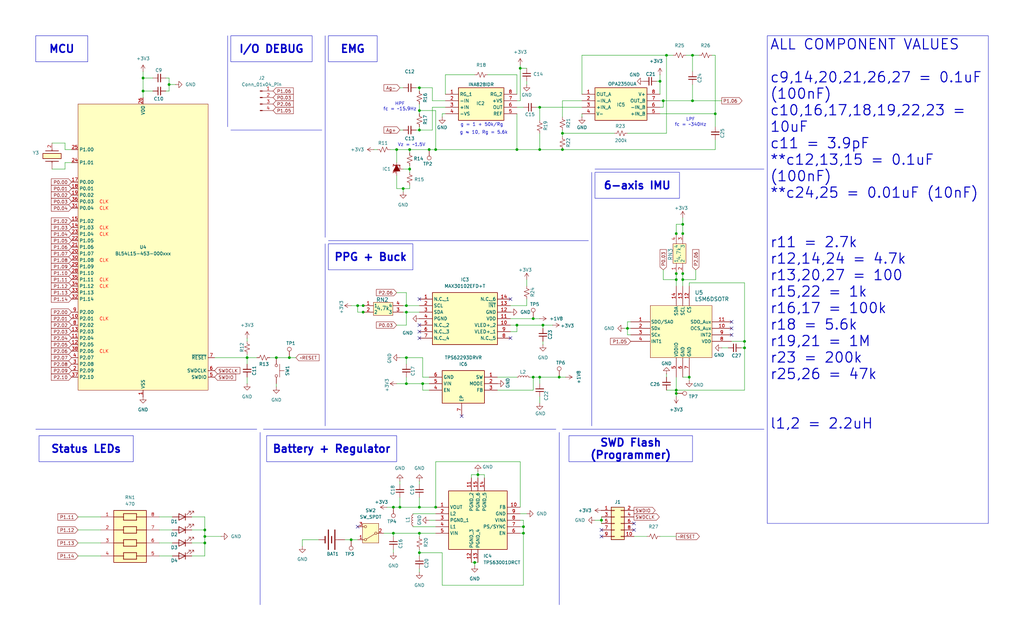
<source format=kicad_sch>
(kicad_sch (version 20250114) (generator "eeschema") (generator_version "9.0")
  (paper "User" 400 250)
  (text "HPF\nfc = ~15.9Hz\n" (at 156.21 41.656 0) (effects (font (size 1.27 1.27))))
  (text "g ≈ 10, Rg = 5.6k" (at 188.976 51.816 0) (effects (font (size 1.27 1.27))))
  (text "Vz = ~1.5V\n" (at 160.782 56.642 0) (effects (font (size 1.27 1.27))))
  (text "g = 1 + 50k/Rg\n" (at 188.214 48.768 0) (effects (font (size 1.27 1.27))))
  (text "LPF\nfc = ~340Hz" (at 269.748 47.752 0) (effects (font (size 1.27 1.27))))
  (text_box "I/O DEBUG" (at 90.17 13.97 0) (size 31.75 10.16) (margins 0.9525 0.9525 0.9525 0.9525) (effects (font (size 3 3) (thickness 0.6) (bold yes))))
  (text_box "MCU" (at 13.97 13.97 0) (size 20.32 10.16) (margins 0.9525 0.9525 0.9525 0.9525) (effects (font (size 3 3) (thickness 0.6) (bold yes))))
  (text_box "6-axis IMU" (at 232.41 67.31 0) (size 33.02 10.16) (margins 0.9525 0.9525 0.9525 0.9525) (effects (font (size 3 3) (thickness 0.6) (bold yes))))
  (text_box "EMG" (at 128.27 13.97 0) (size 19.05 10.16) (margins 0.9525 0.9525 0.9525 0.9525) (effects (font (size 3 3) (thickness 0.6) (bold yes))))
  (text_box "SWD Flash (Programmer)" (at 222.25 170.18 0) (size 48.26 10.16) (margins 0.9525 0.9525 0.9525 0.9525) (effects (font (size 3 3) (thickness 0.6) (bold yes))))
  (text_box "ALL COMPONENT VALUES\n\nc9,14,20,21,26,27 = 0.1uF (100nF)\nc10,16,17,18,19,22,23 = 10uF\nc11 = 3.9pF\n**c12,13,15 = 0.1uF (100nF)\n**c24,25 = 0.01uF (10nF)\n\n\nr11 = 2.7k\nr12,14,24 = 4.7k\nr13,20,27 = 100\nr15,22 = 1k\nr16,17 = 100k\nr18 = 5.6k\nr19,21 = 1M\nr23 = 200k\nr25,26 = 47k\n\n\nl1,2 = 2.2uH" (at 299.72 13.97 0) (size 86.36 190.5) (margins 0.9525 0.9525 0.9525 0.9525) (effects (font (size 4 4) (thickness 0.4) (bold yes)) (justify left top)))
  (text_box "Battery + Regulator" (at 104.14 170.18 0) (size 50.8 10.16) (margins 0.9525 0.9525 0.9525 0.9525) (effects (font (size 3 3) (thickness 0.6) (bold yes))))
  (text_box "Status LEDs" (at 15.24 170.18 0) (size 36.83 10.16) (margins 0.9525 0.9525 0.9525 0.9525) (effects (font (size 3 3) (thickness 0.6) (bold yes))))
  (text_box "PPG + Buck" (at 128.27 95.25 0) (size 33.02 10.16) (margins 0.9525 0.9525 0.9525 0.9525) (effects (font (size 3 3) (thickness 0.6) (bold yes))))
  (junction (at 208.28 124.46))
  (junction (at 163.83 43.18))
  (junction (at 270.51 21.59))
  (junction (at 266.7 109.22))
  (junction (at 165.1 149.86))
  (junction (at 201.93 127))
  (junction (at 203.2 26.67))
  (junction (at 170.18 198.12))
  (junction (at 107.95 139.7))
  (junction (at 212.09 127))
  (junction (at 204.47 205.74))
  (junction (at 156.21 198.12))
  (junction (at 185.42 219.71))
  (junction (at 113.03 139.7))
  (junction (at 160.02 66.04))
  (junction (at 141.86 121.92))
  (junction (at 154.94 58.42))
  (junction (at 66.04 33.02))
  (junction (at 264.16 152.4))
  (junction (at 80.01 212.09))
  (junction (at 163.83 34.29))
  (junction (at 208.28 147.32))
  (junction (at 264.16 109.22))
  (junction (at 245.11 128.27))
  (junction (at 290.83 135.89))
  (junction (at 210.82 147.32))
  (junction (at 158.75 139.7))
  (junction (at 55.88 35.56))
  (junction (at 158.75 149.86))
  (junction (at 55.88 30.48))
  (junction (at 160.02 58.42))
  (junction (at 153.67 208.28))
  (junction (at 264.16 153.67))
  (junction (at 201.93 58.42))
  (junction (at 270.51 39.37))
  (junction (at 163.83 208.28))
  (junction (at 259.08 39.37))
  (junction (at 210.82 41.91))
  (junction (at 157.48 73.66))
  (junction (at 80.01 209.55))
  (junction (at 219.71 58.42))
  (junction (at 266.7 91.25))
  (junction (at 218.44 147.32))
  (junction (at 170.18 58.42))
  (junction (at 279.4 44.45))
  (junction (at 163.83 215.9))
  (junction (at 167.64 58.42))
  (junction (at 80.01 207.01))
  (junction (at 204.47 208.28))
  (junction (at 290.83 133.35))
  (junction (at 219.71 52.07))
  (junction (at 210.82 58.42))
  (junction (at 264.16 91.25))
  (junction (at 158.75 121.92))
  (junction (at 96.52 139.7))
  (junction (at 163.83 50.8))
  (junction (at 153.67 198.12))
  (junction (at 260.35 21.59))
  (junction (at 266.7 106.87))
  (junction (at 234.95 203.2))
  (junction (at 264.16 106.87))
  (junction (at 158.75 119.38))
  (junction (at 269.24 147.32))
  (junction (at 257.81 31.75))
  (junction (at 163.83 198.12))
  (junction (at 186.69 185.42))
  (junction (at 139.7 119.38))
  (junction (at 141.86 119.38))
  (junction (at 266.7 87.63))
  (junction (at 137.16 210.82))
  (no_connect (at 163.83 132.08))
  (no_connect (at 234.95 209.55))
  (no_connect (at 234.95 207.01))
  (no_connect (at 163.83 127))
  (no_connect (at 285.75 125.73))
  (no_connect (at 139.7 205.74))
  (no_connect (at 163.83 116.84))
  (no_connect (at 163.83 129.54))
  (no_connect (at 180.34 162.56))
  (no_connect (at 199.39 132.08))
  (no_connect (at 199.39 116.84))
  (no_connect (at 285.75 128.27))
  (no_connect (at 247.65 204.47))
  (no_connect (at 247.65 207.01))
  (no_connect (at 285.75 130.81))
  (wire (pts (xy 173.99 44.45) (xy 172.72 44.45)))
  (wire (pts (xy 266.7 109.22) (xy 266.7 111.76)))
  (wire (pts (xy 185.42 219.71) (xy 185.42 220.98)))
  (wire (pts (xy 232.41 203.2) (xy 234.95 203.2)))
  (wire (pts (xy 55.88 30.48) (xy 55.88 35.56)))
  (wire (pts (xy 172.72 44.45) (xy 172.72 45.72)))
  (wire (pts (xy 204.47 228.6) (xy 172.72 228.6)))
  (wire (pts (xy 74.93 212.09) (xy 80.01 212.09)))
  (wire (pts (xy 210.82 41.91) (xy 227.33 41.91)))
  (wire (pts (xy 154.94 127) (xy 158.75 127)))
  (wire (pts (xy 203.2 205.74) (xy 204.47 205.74)))
  (wire (pts (xy 80.01 207.01) (xy 80.01 209.55)))
  (wire (pts (xy 137.16 119.38) (xy 139.7 119.38)))
  (wire (pts (xy 247.65 209.55) (xy 252.73 209.55)))
  (wire (pts (xy 74.93 201.93) (xy 80.01 201.93)))
  (wire (pts (xy 158.75 147.32) (xy 158.75 149.86)))
  (wire (pts (xy 210.82 41.91) (xy 209.55 41.91)))
  (wire (pts (xy 219.71 53.34) (xy 219.71 52.07)))
  (wire (pts (xy 163.83 194.31) (xy 163.83 198.12)))
  (wire (pts (xy 160.02 72.39) (xy 160.02 73.66)))
  (wire (pts (xy 259.08 39.37) (xy 257.81 39.37)))
  (polyline (pts (xy 231.14 67.31) (xy 231.14 166.37)))
  (wire (pts (xy 267.97 21.59) (xy 270.51 21.59)))
  (wire (pts (xy 25.4 55.88) (xy 25.4 58.42)))
  (wire (pts (xy 204.47 203.2) (xy 204.47 205.74)))
  (wire (pts (xy 203.2 26.67) (xy 203.2 39.37)))
  (wire (pts (xy 205.74 119.38) (xy 199.39 119.38)))
  (wire (pts (xy 289.56 135.89) (xy 290.83 135.89)))
  (wire (pts (xy 270.51 33.02) (xy 270.51 39.37)))
  (wire (pts (xy 167.64 149.86) (xy 165.1 149.86)))
  (wire (pts (xy 80.01 201.93) (xy 80.01 207.01)))
  (wire (pts (xy 156.21 34.29) (xy 157.48 34.29)))
  (wire (pts (xy 154.94 58.42) (xy 154.94 63.5)))
  (wire (pts (xy 279.4 44.45) (xy 279.4 49.53)))
  (wire (pts (xy 153.67 208.28) (xy 163.83 208.28)))
  (wire (pts (xy 62.23 201.93) (xy 67.31 201.93)))
  (wire (pts (xy 185.42 219.71) (xy 186.69 219.71)))
  (wire (pts (xy 154.94 114.3) (xy 158.75 114.3)))
  (wire (pts (xy 157.48 66.04) (xy 160.02 66.04)))
  (wire (pts (xy 25.4 66.04) (xy 25.4 63.5)))
  (wire (pts (xy 66.04 33.02) (xy 68.58 33.02)))
  (wire (pts (xy 264.16 106.68) (xy 264.16 106.87)))
  (wire (pts (xy 201.93 129.54) (xy 199.39 129.54)))
  (wire (pts (xy 160.02 66.04) (xy 160.02 67.31)))
  (wire (pts (xy 160.02 64.77) (xy 160.02 66.04)))
  (wire (pts (xy 105.41 139.7) (xy 107.95 139.7)))
  (wire (pts (xy 210.82 147.32) (xy 218.44 147.32)))
  (wire (pts (xy 149.86 208.28) (xy 153.67 208.28)))
  (wire (pts (xy 264.16 153.67) (xy 264.16 154.94)))
  (wire (pts (xy 264.16 91.44) (xy 264.16 91.25)))
  (wire (pts (xy 173.99 29.21) (xy 185.42 29.21)))
  (wire (pts (xy 158.75 139.7) (xy 158.75 142.24)))
  (wire (pts (xy 203.2 39.37) (xy 201.93 39.37)))
  (wire (pts (xy 203.2 200.66) (xy 205.74 200.66)))
  (wire (pts (xy 158.75 114.3) (xy 158.75 119.38)))
  (wire (pts (xy 62.23 217.17) (xy 67.31 217.17)))
  (polyline (pts (xy 127 13.97) (xy 127 92.71)))
  (wire (pts (xy 74.93 217.17) (xy 80.01 217.17)))
  (wire (pts (xy 160.02 58.42) (xy 154.94 58.42)))
  (wire (pts (xy 83.82 139.7) (xy 96.52 139.7)))
  (wire (pts (xy 260.35 152.4) (xy 264.16 152.4)))
  (wire (pts (xy 107.95 139.7) (xy 113.03 139.7)))
  (wire (pts (xy 219.71 52.07) (xy 240.03 52.07)))
  (wire (pts (xy 264.16 106.87) (xy 264.16 109.22)))
  (wire (pts (xy 219.71 50.8) (xy 219.71 52.07)))
  (wire (pts (xy 264.16 147.32) (xy 264.16 152.4)))
  (polyline (pts (xy 88.9 49.53) (xy 88.9 13.97)))
  (wire (pts (xy 163.83 44.45) (xy 163.83 43.18)))
  (wire (pts (xy 205.74 116.84) (xy 205.74 119.38)))
  (wire (pts (xy 146.05 58.42) (xy 147.32 58.42)))
  (wire (pts (xy 190.5 29.21) (xy 201.93 29.21)))
  (wire (pts (xy 25.4 58.42) (xy 27.94 58.42)))
  (wire (pts (xy 205.74 109.22) (xy 205.74 111.76)))
  (wire (pts (xy 55.88 35.56) (xy 59.69 35.56)))
  (wire (pts (xy 269.24 110.49) (xy 290.83 110.49)))
  (wire (pts (xy 96.52 147.32) (xy 96.52 149.86)))
  (wire (pts (xy 210.82 154.94) (xy 210.82 157.48)))
  (wire (pts (xy 66.04 33.02) (xy 66.04 35.56)))
  (wire (pts (xy 158.75 121.92) (xy 163.83 121.92)))
  (wire (pts (xy 201.93 58.42) (xy 201.93 44.45)))
  (wire (pts (xy 158.75 139.7) (xy 165.1 139.7)))
  (wire (pts (xy 260.35 21.59) (xy 262.89 21.59)))
  (wire (pts (xy 260.35 21.59) (xy 227.33 21.59)))
  (wire (pts (xy 257.81 44.45) (xy 279.4 44.45)))
  (wire (pts (xy 162.56 34.29) (xy 163.83 34.29)))
  (wire (pts (xy 204.47 208.28) (xy 203.2 208.28)))
  (wire (pts (xy 163.83 49.53) (xy 163.83 50.8)))
  (wire (pts (xy 142.05 121.92) (xy 141.86 121.92)))
  (wire (pts (xy 64.77 30.48) (xy 66.04 30.48)))
  (wire (pts (xy 172.72 228.6) (xy 172.72 215.9)))
  (wire (pts (xy 163.83 208.28) (xy 163.83 209.55)))
  (wire (pts (xy 153.67 214.63) (xy 153.67 215.9)))
  (wire (pts (xy 156.21 189.23) (xy 156.21 187.96)))
  (wire (pts (xy 194.31 152.4) (xy 208.28 152.4)))
  (wire (pts (xy 227.33 44.45) (xy 227.33 45.72)))
  (wire (pts (xy 156.21 194.31) (xy 156.21 198.12)))
  (wire (pts (xy 167.64 58.42) (xy 170.18 58.42)))
  (wire (pts (xy 259.08 105.41) (xy 259.08 109.22)))
  (wire (pts (xy 151.13 198.12) (xy 153.67 198.12)))
  (wire (pts (xy 271.78 109.22) (xy 266.7 109.22)))
  (wire (pts (xy 203.2 25.4) (xy 203.2 26.67)))
  (wire (pts (xy 266.7 106.87) (xy 266.7 109.22)))
  (wire (pts (xy 96.52 138.43) (xy 96.52 139.7)))
  (wire (pts (xy 219.71 58.42) (xy 279.4 58.42)))
  (wire (pts (xy 278.13 21.59) (xy 279.4 21.59)))
  (wire (pts (xy 257.81 209.55) (xy 264.16 209.55)))
  (wire (pts (xy 74.93 207.01) (xy 80.01 207.01)))
  (wire (pts (xy 184.15 185.42) (xy 184.15 186.69)))
  (wire (pts (xy 137.16 210.82) (xy 139.7 210.82)))
  (polyline (pts (xy 219.71 167.64) (xy 298.45 167.64)))
  (wire (pts (xy 257.81 29.21) (xy 257.81 31.75)))
  (wire (pts (xy 30.48 212.09) (xy 39.37 212.09)))
  (wire (pts (xy 227.33 21.59) (xy 227.33 36.83)))
  (wire (pts (xy 201.93 127) (xy 201.93 129.54)))
  (wire (pts (xy 168.91 50.8) (xy 163.83 50.8)))
  (wire (pts (xy 234.95 203.2) (xy 234.95 204.47)))
  (wire (pts (xy 30.48 201.93) (xy 39.37 201.93)))
  (wire (pts (xy 269.24 110.49) (xy 269.24 111.76)))
  (wire (pts (xy 154.94 68.58) (xy 154.94 73.66)))
  (wire (pts (xy 96.52 139.7) (xy 100.33 139.7)))
  (wire (pts (xy 210.82 52.07) (xy 210.82 58.42)))
  (wire (pts (xy 290.83 133.35) (xy 290.83 110.49)))
  (wire (pts (xy 208.28 147.32) (xy 210.82 147.32)))
  (wire (pts (xy 66.04 30.48) (xy 66.04 33.02)))
  (wire (pts (xy 165.1 147.32) (xy 167.64 147.32)))
  (wire (pts (xy 201.93 29.21) (xy 201.93 36.83)))
  (polyline (pts (xy 13.97 167.64) (xy 100.33 167.64)))
  (wire (pts (xy 156.21 139.7) (xy 158.75 139.7)))
  (wire (pts (xy 270.51 21.59) (xy 273.05 21.59)))
  (wire (pts (xy 153.67 198.12) (xy 156.21 198.12)))
  (wire (pts (xy 260.35 52.07) (xy 260.35 21.59)))
  (wire (pts (xy 205.74 31.75) (xy 205.74 33.02)))
  (wire (pts (xy 158.75 149.86) (xy 165.1 149.86)))
  (wire (pts (xy 139.7 119.38) (xy 141.86 119.38)))
  (wire (pts (xy 266.7 87.63) (xy 266.7 91.25)))
  (wire (pts (xy 264.16 109.22) (xy 264.16 111.76)))
  (polyline (pts (xy 101.6 168.91) (xy 101.6 236.22)))
  (wire (pts (xy 66.04 35.56) (xy 64.77 35.56)))
  (wire (pts (xy 170.18 43.18) (xy 163.83 43.18)))
  (wire (pts (xy 157.48 73.66) (xy 157.48 74.93)))
  (wire (pts (xy 203.2 180.34) (xy 170.18 180.34)))
  (wire (pts (xy 157.48 121.92) (xy 158.75 121.92)))
  (wire (pts (xy 139.7 121.92) (xy 139.7 119.38)))
  (wire (pts (xy 208.28 152.4) (xy 208.28 147.32)))
  (wire (pts (xy 210.82 41.91) (xy 210.82 46.99)))
  (wire (pts (xy 189.23 186.69) (xy 189.23 185.42)))
  (wire (pts (xy 163.83 40.64) (xy 163.83 43.18)))
  (wire (pts (xy 210.82 58.42) (xy 201.93 58.42)))
  (wire (pts (xy 163.83 34.29) (xy 168.91 34.29)))
  (wire (pts (xy 279.4 21.59) (xy 279.4 44.45)))
  (wire (pts (xy 154.94 73.66) (xy 157.48 73.66)))
  (wire (pts (xy 163.83 198.12) (xy 170.18 198.12)))
  (wire (pts (xy 165.1 149.86) (xy 165.1 152.4)))
  (wire (pts (xy 153.67 209.55) (xy 153.67 208.28)))
  (wire (pts (xy 80.01 209.55) (xy 80.01 212.09)))
  (wire (pts (xy 199.39 127) (xy 201.93 127)))
  (wire (pts (xy 266.7 147.32) (xy 269.24 147.32)))
  (wire (pts (xy 266.7 91.25) (xy 266.7 91.44)))
  (wire (pts (xy 210.82 147.32) (xy 210.82 149.86)))
  (wire (pts (xy 212.09 128.27) (xy 212.09 127)))
  (wire (pts (xy 160.02 58.42) (xy 160.02 59.69)))
  (wire (pts (xy 80.01 212.09) (xy 80.01 217.17)))
  (wire (pts (xy 156.21 50.8) (xy 157.48 50.8)))
  (wire (pts (xy 118.11 210.82) (xy 118.11 213.36)))
  (wire (pts (xy 279.4 54.61) (xy 279.4 58.42)))
  (wire (pts (xy 245.11 130.81) (xy 246.38 130.81)))
  (wire (pts (xy 134.62 210.82) (xy 137.16 210.82)))
  (wire (pts (xy 208.28 147.32) (xy 207.01 147.32)))
  (wire (pts (xy 186.69 185.42) (xy 186.69 186.69)))
  (wire (pts (xy 55.88 27.94) (xy 55.88 30.48)))
  (wire (pts (xy 203.2 26.67) (xy 205.74 26.67)))
  (wire (pts (xy 113.03 139.7) (xy 115.57 139.7)))
  (wire (pts (xy 173.99 36.83) (xy 173.99 29.21)))
  (wire (pts (xy 96.52 139.7) (xy 96.52 142.24)))
  (wire (pts (xy 264.16 152.4) (xy 264.16 153.67)))
  (wire (pts (xy 203.2 203.2) (xy 204.47 203.2)))
  (wire (pts (xy 170.18 180.34) (xy 170.18 198.12)))
  (wire (pts (xy 25.4 63.5) (xy 27.94 63.5)))
  (polyline (pts (xy 128.27 93.98) (xy 229.87 93.98)))
  (wire (pts (xy 264.16 152.4) (xy 290.83 152.4)))
  (wire (pts (xy 163.83 189.23) (xy 163.83 187.96)))
  (wire (pts (xy 160.02 58.42) (xy 167.64 58.42)))
  (polyline (pts (xy 127 95.25) (xy 127 166.37)))
  (wire (pts (xy 264.16 87.63) (xy 266.7 87.63)))
  (wire (pts (xy 234.95 201.93) (xy 234.95 203.2)))
  (wire (pts (xy 246.38 125.73) (xy 245.11 125.73)))
  (wire (pts (xy 107.95 149.86) (xy 107.95 151.13)))
  (wire (pts (xy 158.75 119.38) (xy 163.83 119.38)))
  (wire (pts (xy 168.91 39.37) (xy 168.91 34.29)))
  (wire (pts (xy 285.75 133.35) (xy 290.83 133.35)))
  (wire (pts (xy 189.23 185.42) (xy 186.69 185.42)))
  (wire (pts (xy 269.24 147.32) (xy 269.24 148.59)))
  (wire (pts (xy 203.2 180.34) (xy 203.2 198.12)))
  (wire (pts (xy 194.31 147.32) (xy 201.93 147.32)))
  (wire (pts (xy 266.7 106.68) (xy 266.7 106.87)))
  (wire (pts (xy 290.83 152.4) (xy 290.83 135.89)))
  (polyline (pts (xy 232.41 66.04) (xy 298.45 66.04)))
  (wire (pts (xy 260.35 146.05) (xy 260.35 147.32)))
  (wire (pts (xy 172.72 215.9) (xy 163.83 215.9)))
  (wire (pts (xy 154.94 149.86) (xy 158.75 149.86)))
  (wire (pts (xy 168.91 41.91) (xy 168.91 50.8)))
  (wire (pts (xy 218.44 147.32) (xy 220.98 147.32)))
  (wire (pts (xy 156.21 198.12) (xy 163.83 198.12)))
  (wire (pts (xy 212.09 134.62) (xy 212.09 133.35)))
  (wire (pts (xy 256.54 31.75) (xy 257.81 31.75)))
  (wire (pts (xy 204.47 205.74) (xy 204.47 208.28)))
  (wire (pts (xy 271.78 105.41) (xy 271.78 109.22)))
  (wire (pts (xy 208.28 124.46) (xy 199.39 124.46)))
  (wire (pts (xy 173.99 41.91) (xy 168.91 41.91)))
  (wire (pts (xy 165.1 152.4) (xy 167.64 152.4)))
  (wire (pts (xy 55.88 35.56) (xy 55.88 38.1)))
  (wire (pts (xy 257.81 31.75) (xy 257.81 36.83)))
  (wire (pts (xy 264.16 91.25) (xy 264.16 87.63)))
  (wire (pts (xy 243.84 128.27) (xy 245.11 128.27)))
  (wire (pts (xy 245.11 125.73) (xy 245.11 128.27)))
  (wire (pts (xy 290.83 135.89) (xy 290.83 133.35)))
  (wire (pts (xy 163.83 34.29) (xy 163.83 35.56)))
  (wire (pts (xy 219.71 39.37) (xy 227.33 39.37)))
  (wire (pts (xy 201.93 41.91) (xy 204.47 41.91)))
  (wire (pts (xy 257.81 41.91) (xy 259.08 41.91)))
  (wire (pts (xy 152.4 58.42) (xy 154.94 58.42)))
  (wire (pts (xy 186.69 185.42) (xy 184.15 185.42)))
  (wire (pts (xy 163.83 215.9) (xy 163.83 217.17)))
  (wire (pts (xy 163.83 208.28) (xy 170.18 208.28)))
  (wire (pts (xy 141.86 121.92) (xy 139.7 121.92)))
  (wire (pts (xy 124.46 210.82) (xy 118.11 210.82)))
  (wire (pts (xy 96.52 132.08) (xy 96.52 133.35)))
  (wire (pts (xy 245.11 52.07) (xy 260.35 52.07)))
  (polyline (pts (xy 90.17 50.8) (xy 125.73 50.8)))
  (wire (pts (xy 266.7 85.09) (xy 266.7 87.63)))
  (wire (pts (xy 30.48 207.01) (xy 39.37 207.01)))
  (wire (pts (xy 157.48 119.38) (xy 158.75 119.38)))
  (wire (pts (xy 141.86 119.38) (xy 142.05 119.38)))
  (wire (pts (xy 204.47 208.28) (xy 204.47 228.6)))
  (wire (pts (xy 170.18 203.2) (xy 167.64 203.2)))
  (wire (pts (xy 201.93 127) (xy 212.09 127)))
  (wire (pts (xy 163.83 223.52) (xy 163.83 222.25)))
  (wire (pts (xy 62.23 207.01) (xy 67.31 207.01)))
  (wire (pts (xy 259.08 41.91) (xy 259.08 39.37)))
  (wire (pts (xy 161.29 200.66) (xy 170.18 200.66)))
  (wire (pts (xy 212.09 127) (xy 215.9 127)))
  (wire (pts (xy 30.48 217.17) (xy 39.37 217.17)))
  (wire (pts (xy 210.82 124.46) (xy 208.28 124.46)))
  (wire (pts (xy 270.51 21.59) (xy 270.51 27.94)))
  (wire (pts (xy 163.83 214.63) (xy 163.83 215.9)))
  (wire (pts (xy 165.1 139.7) (xy 165.1 147.32)))
  (wire (pts (xy 281.94 135.89) (xy 284.48 135.89)))
  (wire (pts (xy 259.08 39.37) (xy 270.51 39.37)))
  (wire (pts (xy 62.23 212.09) (xy 67.31 212.09)))
  (wire (pts (xy 170.18 58.42) (xy 170.18 43.18)))
  (wire (pts (xy 184.15 219.71) (xy 185.42 219.71)))
  (wire (pts (xy 170.18 58.42) (xy 201.93 58.42)))
  (wire (pts (xy 173.99 39.37) (xy 168.91 39.37)))
  (polyline (pts (xy 218.44 168.91) (xy 218.44 236.22)))
  (wire (pts (xy 161.29 205.74) (xy 170.18 205.74)))
  (wire (pts (xy 219.71 45.72) (xy 219.71 39.37)))
  (wire (pts (xy 157.48 73.66) (xy 160.02 73.66)))
  (wire (pts (xy 158.75 127) (xy 158.75 121.92)))
  (wire (pts (xy 259.08 109.22) (xy 264.16 109.22)))
  (wire (pts (xy 20.32 55.88) (xy 25.4 55.88)))
  (wire (pts (xy 219.71 58.42) (xy 210.82 58.42)))
  (wire (pts (xy 55.88 30.48) (xy 59.69 30.48)))
  (polyline (pts (xy 102.87 167.64) (xy 217.17 167.64)))
  (wire (pts (xy 162.56 50.8) (xy 163.83 50.8)))
  (wire (pts (xy 245.11 128.27) (xy 245.11 130.81)))
  (wire (pts (xy 80.01 209.55) (xy 86.36 209.55)))
  (wire (pts (xy 270.51 39.37) (xy 281.94 39.37)))
  (wire (pts (xy 186.69 184.15) (xy 186.69 185.42)))
  (wire (pts (xy 245.11 128.27) (xy 246.38 128.27)))
  (wire (pts (xy 20.32 66.04) (xy 25.4 66.04)))
  (global_label "P1.05" (shape input) (at 246.38 133.35 180) (property "Intersheetrefs" "${INTERSHEET_REFS}" (effects (hide yes))))
  (global_label "P2.06" (shape input) (at 271.78 105.41 90) (property "Intersheetrefs" "${INTERSHEET_REFS}" (effects (hide yes))))
  (global_label "P1.02" (shape input) (at 27.94 86.36 180) (property "Intersheetrefs" "${INTERSHEET_REFS}" (effects (hide yes))))
  (global_label "P2.03" (shape input) (at 27.94 129.54 180) (property "Intersheetrefs" "${INTERSHEET_REFS}" (effects (hide yes))))
  (global_label "P1.04" (shape input) (at 27.94 91.44 180) (property "Intersheetrefs" "${INTERSHEET_REFS}" (effects (hide yes))))
  (global_label "P1.05" (shape input) (at 106.68 43.18 0) (property "Intersheetrefs" "${INTERSHEET_REFS}" (effects (hide yes))))
  (global_label "P1.13" (shape input) (at 27.94 114.3 180) (property "Intersheetrefs" "${INTERSHEET_REFS}" (effects (hide yes))))
  (global_label "P1.12" (shape input) (at 27.94 111.76 180) (property "Intersheetrefs" "${INTERSHEET_REFS}" (effects (hide yes))))
  (global_label "P2.00" (shape input) (at 27.94 121.92 180) (property "Intersheetrefs" "${INTERSHEET_REFS}" (effects (hide yes))))
  (global_label "P1.13" (shape input) (at 30.48 212.09 180) (property "Intersheetrefs" "${INTERSHEET_REFS}" (effects (hide yes))))
  (global_label "P1.10" (shape input) (at 27.94 106.68 180) (property "Intersheetrefs" "${INTERSHEET_REFS}" (effects (hide yes))))
  (global_label "P1.06" (shape input) (at 106.68 35.56 0) (property "Intersheetrefs" "${INTERSHEET_REFS}" (effects (hide yes))))
  (global_label "P1.11" (shape input) (at 30.48 201.93 180) (property "Intersheetrefs" "${INTERSHEET_REFS}" (effects (hide yes))))
  (global_label "SWDCLK" (shape output) (at 247.65 201.93 0) (property "Intersheetrefs" "${INTERSHEET_REFS}" (effects (hide yes))))
  (global_label "Ag-" (shape input) (at 156.21 34.29 180) (property "Intersheetrefs" "${INTERSHEET_REFS}" (effects (hide yes))))
  (global_label "P0.00" (shape input) (at 27.94 71.12 180) (property "Intersheetrefs" "${INTERSHEET_REFS}" (effects (hide yes))))
  (global_label "P1.12" (shape input) (at 30.48 207.01 180) (property "Intersheetrefs" "${INTERSHEET_REFS}" (effects (hide yes))))
  (global_label "SWDIO" (shape input) (at 83.82 147.32 0) (property "Intersheetrefs" "${INTERSHEET_REFS}" (effects (hide yes))))
  (global_label "P1.14" (shape input) (at 27.94 116.84 180) (property "Intersheetrefs" "${INTERSHEET_REFS}" (effects (hide yes))))
  (global_label "P0.03" (shape input) (at 27.94 78.74 180) (property "Intersheetrefs" "${INTERSHEET_REFS}" (effects (hide yes))))
  (global_label "P1.14" (shape input) (at 30.48 217.17 180) (property "Intersheetrefs" "${INTERSHEET_REFS}" (effects (hide yes))))
  (global_label "P2.04" (shape input) (at 27.94 132.08 180) (property "Intersheetrefs" "${INTERSHEET_REFS}" (effects (hide yes))))
  (global_label "P2.02" (shape input) (at 27.94 127 180) (property "Intersheetrefs" "${INTERSHEET_REFS}" (effects (hide yes))))
  (global_label "P2.09" (shape input) (at 27.94 144.78 180) (property "Intersheetrefs" "${INTERSHEET_REFS}" (effects (hide yes))))
  (global_label "SWDCLK" (shape input) (at 83.82 144.78 0) (property "Intersheetrefs" "${INTERSHEET_REFS}" (effects (hide yes))))
  (global_label "P1.06" (shape input) (at 27.94 96.52 180) (property "Intersheetrefs" "${INTERSHEET_REFS}" (effects (hide yes))))
  (global_label "P2.08" (shape input) (at 27.94 142.24 180) (property "Intersheetrefs" "${INTERSHEET_REFS}" (effects (hide yes))))
  (global_label "Ag+" (shape input) (at 156.21 50.8 180) (property "Intersheetrefs" "${INTERSHEET_REFS}" (effects (hide yes))))
  (global_label "P2.07" (shape input) (at 27.94 139.7 180) (property "Intersheetrefs" "${INTERSHEET_REFS}" (effects (hide yes))))
  (global_label "P1.03" (shape input) (at 27.94 88.9 180) (property "Intersheetrefs" "${INTERSHEET_REFS}" (effects (hide yes))))
  (global_label "P1.11" (shape input) (at 27.94 109.22 180) (property "Intersheetrefs" "${INTERSHEET_REFS}" (effects (hide yes))))
  (global_label "P2.10" (shape input) (at 27.94 147.32 180) (property "Intersheetrefs" "${INTERSHEET_REFS}" (effects (hide yes))))
  (global_label "P1.08" (shape input) (at 27.94 101.6 180) (property "Intersheetrefs" "${INTERSHEET_REFS}" (effects (hide yes))))
  (global_label "P0.03" (shape input) (at 259.08 105.41 90) (property "Intersheetrefs" "${INTERSHEET_REFS}" (effects (hide yes))))
  (global_label "P2.06" (shape input) (at 27.94 137.16 180) (property "Intersheetrefs" "${INTERSHEET_REFS}" (effects (hide yes))))
  (global_label "P1.06" (shape output) (at 281.94 39.37 0) (property "Intersheetrefs" "${INTERSHEET_REFS}" (effects (hide yes))))
  (global_label "P0.03" (shape input) (at 106.68 38.1 0) (property "Intersheetrefs" "${INTERSHEET_REFS}" (effects (hide yes))))
  (global_label "P2.01" (shape input) (at 27.94 124.46 180) (property "Intersheetrefs" "${INTERSHEET_REFS}" (effects (hide yes))))
  (global_label "P0.02" (shape input) (at 27.94 76.2 180) (property "Intersheetrefs" "${INTERSHEET_REFS}" (effects (hide yes))))
  (global_label "P1.05" (shape input) (at 27.94 93.98 180) (property "Intersheetrefs" "${INTERSHEET_REFS}" (effects (hide yes))))
  (global_label "P2.06" (shape input) (at 154.94 114.3 180) (property "Intersheetrefs" "${INTERSHEET_REFS}" (effects (hide yes))))
  (global_label "P1.07" (shape input) (at 27.94 99.06 180) (property "Intersheetrefs" "${INTERSHEET_REFS}" (effects (hide yes))))
  (global_label "P2.05" (shape input) (at 27.94 134.62 180) (property "Intersheetrefs" "${INTERSHEET_REFS}" (effects (hide yes))))
  (global_label "P2.06" (shape input) (at 106.68 40.64 0) (property "Intersheetrefs" "${INTERSHEET_REFS}" (effects (hide yes))))
  (global_label "SWDIO" (shape output) (at 247.65 199.39 0) (property "Intersheetrefs" "${INTERSHEET_REFS}" (effects (hide yes))))
  (global_label "P0.03" (shape input) (at 154.94 127 180) (property "Intersheetrefs" "${INTERSHEET_REFS}" (effects (hide yes))))
  (global_label "~RESET" (shape input) (at 115.57 139.7 0) (property "Intersheetrefs" "${INTERSHEET_REFS}" (effects (hide yes))))
  (global_label "~RESET" (shape output) (at 264.16 209.55 0) (property "Intersheetrefs" "${INTERSHEET_REFS}" (effects (hide yes))))
  (global_label "P0.04" (shape input) (at 27.94 81.28 180) (property "Intersheetrefs" "${INTERSHEET_REFS}" (effects (hide yes))))
  (global_label "P1.09" (shape input) (at 27.94 104.14 180) (property "Intersheetrefs" "${INTERSHEET_REFS}" (effects (hide yes))))
  (global_label "P0.01" (shape input) (at 27.94 73.66 180) (property "Intersheetrefs" "${INTERSHEET_REFS}" (effects (hide yes))))
  (symbol (lib_id "power:GND") (at 227.33 45.72 0) (unit 1)
    (property "Reference" "#PWR034" (effects (hide yes)))
    (property "Value" "GND" (at 227.33 49.784 0))
    (property "Description" "Power symbol creates a global label with name \"GND\" , ground" (effects (hide yes)))
  )
  (symbol (lib_id "power:+3V3") (at 205.74 109.22 0) (mirror y) (unit 1)
    (property "Reference" "#PWR041" (effects (hide yes)))
    (property "Value" "+3V3" (at 207.772 105.41 0) (effects (justify left)))
    (property "Description" "Power symbol creates a global label with name \"+3V3\"" (effects (hide yes)))
  )
  (symbol (lib_id "Device:R_Small_US") (at 219.71 55.88 0) (unit 1)
    (property "Reference" "R22" (at 221.996 57.658 90) (effects (justify left)))
    (property "Value" "1k" (effects (hide yes)))
    (property "Description" "Resistor, small US symbol" (effects (hide yes)))
  )
  (symbol (lib_id "Device:R_Small_US") (at 210.82 49.53 0) (unit 1)
    (property "Reference" "R19" (at 213.106 51.054 90) (effects (justify left)))
    (property "Value" "1M" (effects (hide yes)))
    (property "Description" "Resistor, small US symbol" (effects (hide yes)))
  )
  (symbol (lib_id "power:GND") (at 199.39 121.92 90) (unit 1)
    (property "Reference" "#PWR039" (effects (hide yes)))
    (property "Value" "GND" (at 203.2 121.9199 90) (effects (justify right)))
    (property "Description" "Power symbol creates a global label with name \"GND\" , ground" (effects (hide yes)))
  )
  (symbol (lib_id "power:+3V3") (at 264.16 154.94 180) (unit 1)
    (property "Reference" "#PWR052" (effects (hide yes)))
    (property "Value" "+3V3" (at 264.16 160.02 0))
    (property "Description" "Power symbol creates a global label with name \"+3V3\"" (effects (hide yes)))
  )
  (symbol (lib_id "power:GND") (at 68.58 33.02 90) (unit 1)
    (property "Reference" "#PWR012" (effects (hide yes)))
    (property "Value" "GND" (at 72.39 33.0199 90) (effects (justify right)))
    (property "Description" "Power symbol creates a global label with name \"GND\" , ground" (effects (hide yes)))
  )
  (symbol (lib_id "power:GND") (at 185.42 220.98 0) (unit 1)
    (property "Reference" "#PWR035" (effects (hide yes)))
    (property "Value" "GND" (at 185.42 226.06 0))
    (property "Description" "Power symbol creates a global label with name \"GND\" , ground" (effects (hide yes)))
  )
  (symbol (lib_id "seniorDes:INA828IDR") (at 173.99 36.83 0) (unit 1)
    (property "Reference" "IC2" (at 187.706 40.386 0))
    (property "Value" "INA828IDR" (at 187.96 33.02 0))
    (property "Footprint" "SOIC127P600X175-8N" (effects (hide yes)))
    (property "Datasheet" "http://www.ti.com/lit/gpn/ina828" (effects (hide yes)))
    (property "Description" "50-uV Offset, 7-nV/Hz Noise, Low-Power, Precision Instrumentation Amplifier" (effects (hide yes)))
    (property "Height" "1.75" (effects (hide yes)))
    (property "Mouser Part Number" "595-INA828IDR" (effects (hide yes)))
    (property "Mouser Price/Stock" "https://www.mouser.co.uk/ProductDetail/Texas-Instruments/INA828IDR?qs=YCa%2FAAYMW01L8%252BXCfEPVuA%3D%3D" (effects (hide yes)))
    (property "Manufacturer_Name" "Texas Instruments" (effects (hide yes)))
    (property "Manufacturer_Part_Number" "INA828IDR" (effects (hide yes)))
  )
  (symbol (lib_id "Device:R_Small_US") (at 205.74 114.3 0) (unit 1)
    (property "Reference" "R24" (at 208.026 116.078 90) (effects (justify left)))
    (property "Value" "4.7k" (effects (hide yes)))
    (property "Description" "Resistor, small US symbol" (effects (hide yes)))
  )
  (symbol (lib_id "Device:C_Small") (at 160.02 34.29 90) (unit 1)
    (property "Reference" "C12" (at 160.0263 27.94 90))
    (property "Value" "0.1uF" (effects (hide yes)))
    (property "Description" "Unpolarized capacitor, small symbol" (effects (hide yes)))
  )
  (symbol (lib_id "Device:R_Small_US") (at 265.43 21.59 90) (unit 1)
    (property "Reference" "R25" (at 265.43 17.78 90))
    (property "Value" "47k" (effects (hide yes)))
    (property "Description" "Resistor, small US symbol" (effects (hide yes)))
  )
  (symbol (lib_id "seniorDes:MAX30102EFD+T") (at 163.83 116.84 0) (unit 1)
    (property "Reference" "IC3" (at 181.61 109.22 0))
    (property "Value" "MAX30102EFD+T" (at 181.61 111.76 0))
    (property "Footprint" "MAX30102EFDT" (effects (hide yes)))
    (property "Datasheet" "https://www.analog.com/media/en/technical-documentation/data-sheets/MAX30102.pdf" (effects (hide yes)))
    (property "Description" "Biometric Sensors Integrated Optical Sensor" (effects (hide yes)))
    (property "Height" "1.65" (effects (hide yes)))
    (property "Mouser Part Number" "700-MAX30102EFD+T" (effects (hide yes)))
    (property "Mouser Price/Stock" "https://www.mouser.co.uk/ProductDetail/Analog-Devices-Maxim-Integrated/MAX30102EFD%2bT?qs=nVS1qgv%252BQrkHA4%2FoFYriFA%3D%3D" (effects (hide yes)))
    (property "Manufacturer_Name" "Analog Devices" (effects (hide yes)))
    (property "Manufacturer_Part_Number" "MAX30102EFD+T" (effects (hide yes)))
  )
  (symbol (lib_id "power:+1V8") (at 210.82 124.46 270) (unit 1)
    (property "Reference" "#PWR043" (effects (hide yes)))
    (property "Value" "+1V8" (at 214.63 124.4599 90) (effects (justify left)))
    (property "Description" "Power symbol creates a global label with name \"+1V8\"" (effects (hide yes)))
  )
  (symbol (lib_id "power:GND") (at 243.84 128.27 270) (unit 1)
    (property "Reference" "#PWR050" (effects (hide yes)))
    (property "Value" "GND" (at 240.03 128.2699 90) (effects (justify right)))
    (property "Description" "Power symbol creates a global label with name \"GND\" , ground" (effects (hide yes)))
  )
  (symbol (lib_id "power:+3V3") (at 151.13 198.12 90) (unit 1)
    (property "Reference" "#PWR025" (effects (hide yes)))
    (property "Value" "+3V3" (at 151.638 196.088 90) (effects (justify left)))
    (property "Description" "Power symbol creates a global label with name \"+3V3\"" (effects (hide yes)))
  )
  (symbol (lib_id "Device:C_Small") (at 62.23 35.56 90) (unit 1)
    (property "Reference" "C10" (at 61.976 38.608 90))
    (property "Value" "10uF" (effects (hide yes)))
    (property "Description" "Unpolarized capacitor, small symbol" (effects (hide yes)))
  )
  (symbol (lib_id "power:+3V3") (at 266.7 85.09 0) (mirror y) (unit 1)
    (property "Reference" "#PWR053" (effects (hide yes)))
    (property "Value" "+3V3" (at 268.732 81.28 0) (effects (justify left)))
    (property "Description" "Power symbol creates a global label with name \"+3V3\"" (effects (hide yes)))
  )
  (symbol (lib_id "power:GND") (at 157.48 74.93 0) (unit 1)
    (property "Reference" "#PWR018" (effects (hide yes)))
    (property "Value" "GND" (at 157.48 80.01 0))
    (property "Description" "Power symbol creates a global label with name \"GND\" , ground" (effects (hide yes)))
  )
  (symbol (lib_id "Device:R_Small_US") (at 275.59 21.59 90) (unit 1)
    (property "Reference" "R26" (at 275.59 17.78 90))
    (property "Value" "47k" (effects (hide yes)))
    (property "Description" "Resistor, small US symbol" (effects (hide yes)))
  )
  (symbol (lib_id "Sparkfun_LilyPad-Switched-Battery-v1.3-eagle-import:BATTERY20MM_4LEGS") (at 129.54 210.82 180) (unit 1)
    (property "Reference" "BAT1" (at 132.334 215.646 0) (effects (justify left bottom)))
    (property "Value" "20mm coincell" (effects (hide yes)))
    (property "Footprint" "Sparkfun_LilyPad-Switched-Battery-v1.3:BATTCON_20MM_4LEGS" (effects (hide yes)))
  )
  (symbol (lib_id "Device:LED") (at 71.12 212.09 180) (unit 1)
    (property "Reference" "D3" (at 68.072 213.868 0))
    (property "Value" "LED" (effects (hide yes)))
    (property "Description" "Light emitting diode" (effects (hide yes)))
    (property "Sim.Pins" "1=K 2=A" (effects (hide yes)))
  )
  (symbol (lib_id "Connector:TestPoint") (at 208.28 124.46 0) (unit 1)
    (property "Reference" "TP5" (at 207.01 118.872 0) (effects (justify left)))
    (property "Value" "TestPoint" (effects (hide yes)))
    (property "Description" "test point" (effects (hide yes)))
  )
  (symbol (lib_id "power:GND") (at 55.88 154.94 0) (unit 1)
    (property "Reference" "#PWR011" (effects (hide yes)))
    (property "Value" "GND" (at 55.88 160.02 0))
    (property "Description" "Power symbol creates a global label with name \"GND\" , ground" (effects (hide yes)))
  )
  (symbol (lib_id "seniorDes:EXB34V472JV") (at 264.16 110.49 90) (unit 1)
    (property "Reference" "RN3" (at 261.874 99.378 0) (effects (font (size 1.524 1.524))))
    (property "Value" "4.7k" (at 265.176 99.124 0) (effects (font (size 1.524 1.524))))
    (property "Footprint" "C_ARRAY_EXB34V_PAN" (effects (hide yes)))
    (property "Datasheet" "EXB34V472JV" (effects (hide yes)))
  )
  (symbol (lib_id "power:GND") (at 269.24 148.59 0) (unit 1)
    (property "Reference" "#PWR054" (effects (hide yes)))
    (property "Value" "GND" (at 272.796 150.368 0))
    (property "Description" "Power symbol creates a global label with name \"GND\" , ground" (effects (hide yes)))
  )
  (symbol (lib_id "Connector:TestPoint") (at 218.44 147.32 0) (unit 1)
    (property "Reference" "TP6" (at 217.17 141.732 0) (effects (justify left)))
    (property "Value" "TestPoint" (effects (hide yes)))
    (property "Description" "test point" (effects (hide yes)))
  )
  (symbol (lib_id "seniorDes:TPS63001DRCT") (at 168.91 198.12 0) (unit 1)
    (property "Reference" "IC4" (at 188.8333 217.17 0) (effects (justify left)))
    (property "Value" "TPS63001DRCT" (at 188.8333 219.71 0) (effects (justify left)))
    (property "Footprint" "TPS63001DRCT" (effects (hide yes)))
    (property "Datasheet" "https://www.ti.com/lit/gpn/TPS63001" (effects (hide yes)))
    (property "Description" "Conv DC-DC Single-OUT Non-Inv/Step" (effects (hide yes)))
    (property "Height" "1" (effects (hide yes)))
    (property "Mouser Part Number" "595-TPS63001DRCT" (effects (hide yes)))
    (property "Mouser Price/Stock" "https://www.mouser.co.uk/ProductDetail/Texas-Instruments/TPS63001DRCT?qs=7kv20MEVUlgqNQNnGuTeFA%3D%3D" (effects (hide yes)))
    (property "Manufacturer_Name" "Texas Instruments" (effects (hide yes)))
    (property "Manufacturer_Part_Number" "TPS63001DRCT" (effects (hide yes)))
  )
  (symbol (lib_id "power:GND") (at 163.83 124.46 270) (unit 1)
    (property "Reference" "#PWR030" (effects (hide yes)))
    (property "Value" "GND" (at 161.29 130.048 90) (effects (justify right)))
    (property "Description" "Power symbol creates a global label with name \"GND\" , ground" (effects (hide yes)))
  )
  (symbol (lib_id "power:GND") (at 205.74 33.02 0) (unit 1)
    (property "Reference" "#PWR024" (effects (hide yes)))
    (property "Value" "GND" (at 205.74 37.084 0))
    (property "Description" "Power symbol creates a global label with name \"GND\" , ground" (effects (hide yes)))
  )
  (symbol (lib_id "Device:C_Small") (at 156.21 191.77 180) (unit 1)
    (property "Reference" "C18" (at 153.416 189.484 90) (effects (justify left)))
    (property "Value" "10uF" (effects (hide yes)))
    (property "Description" "Unpolarized capacitor, small symbol" (effects (hide yes)))
  )
  (symbol (lib_id "Connector:TestPoint") (at 113.03 139.7 0) (unit 1)
    (property "Reference" "TP1" (at 111.76 134.112 0) (effects (justify left)))
    (property "Value" "TestPoint" (effects (hide yes)))
    (property "Description" "test point" (effects (hide yes)))
  )
  (symbol (lib_id "Device:LED") (at 71.12 201.93 180) (unit 1)
    (property "Reference" "D1" (at 68.072 203.708 0))
    (property "Value" "LED" (effects (hide yes)))
    (property "Description" "Light emitting diode" (effects (hide yes)))
    (property "Sim.Pins" "1=K 2=A" (effects (hide yes)))
  )
  (symbol (lib_id "power:+3V3") (at 137.16 119.38 90) (mirror x) (unit 1)
    (property "Reference" "#PWR022" (effects (hide yes)))
    (property "Value" "+3V3" (at 133.35 117.348 0) (effects (justify left)))
    (property "Description" "Power symbol creates a global label with name \"+3V3\"" (effects (hide yes)))
  )
  (symbol (lib_id "Device:R_Small_US") (at 149.86 58.42 90) (mirror x) (unit 1)
    (property "Reference" "R11" (at 149.606 55.88 90))
    (property "Value" "2.7k" (effects (hide yes)))
    (property "Description" "Resistor, small US symbol" (effects (hide yes)))
  )
  (symbol (lib_id "power:GND") (at 205.74 200.66 90) (unit 1)
    (property "Reference" "#PWR042" (effects (hide yes)))
    (property "Value" "GND" (at 209.55 200.6599 90) (effects (justify right)))
    (property "Description" "Power symbol creates a global label with name \"GND\" , ground" (effects (hide yes)))
  )
  (symbol (lib_id "Device:C_Small") (at 287.02 135.89 270) (unit 1)
    (property "Reference" "C27" (at 285.75 138.938 90) (effects (justify left)))
    (property "Value" "0.1uF" (effects (hide yes)))
    (property "Description" "Unpolarized capacitor, small symbol" (effects (hide yes)))
  )
  (symbol (lib_id "power:GND") (at 281.94 135.89 270) (unit 1)
    (property "Reference" "#PWR055" (effects (hide yes)))
    (property "Value" "GND" (at 280.924 138.684 90))
    (property "Description" "Power symbol creates a global label with name \"GND\" , ground" (effects (hide yes)))
  )
  (symbol (lib_id "power:+3V3") (at 234.95 199.39 90) (unit 1)
    (property "Reference" "#PWR049" (effects (hide yes)))
    (property "Value" "+3V3" (at 231.14 199.3899 90) (effects (justify left)))
    (property "Description" "Power symbol creates a global label with name \"+3V3\"" (effects (hide yes)))
  )
  (symbol (lib_id "Connector:Conn_01x04_Pin") (at 101.6 38.1 0) (unit 1)
    (property "Reference" "J2" (at 102.235 30.48 0))
    (property "Value" "Conn_01x04_Pin" (at 102.235 33.02 0))
    (property "Description" "Generic connector, single row, 01x04, script generated" (effects (hide yes)))
  )
  (symbol (lib_id "Device:R_Small_US") (at 242.57 52.07 90) (unit 1)
    (property "Reference" "R23" (at 242.316 49.276 90))
    (property "Value" "200k" (at 242.57 54.864 90))
    (property "Description" "Resistor, small US symbol" (effects (hide yes)))
  )
  (symbol (lib_id "Device:C_Small") (at 270.51 30.48 180) (unit 1)
    (property "Reference" "C24" (at 273.304 30.48 90))
    (property "Value" "0.01uF" (effects (hide yes)))
    (property "Description" "Unpolarized capacitor, small symbol" (effects (hide yes)))
  )
  (symbol (lib_id "power:+3V3") (at 146.05 58.42 90) (unit 1)
    (property "Reference" "#PWR015" (effects (hide yes)))
    (property "Value" "+3V3" (at 142.24 58.4199 90) (effects (justify left)))
    (property "Description" "Power symbol creates a global label with name \"+3V3\"" (effects (hide yes)))
  )
  (symbol (lib_id "power:GND") (at 153.67 215.9 0) (unit 1)
    (property "Reference" "#PWR028" (effects (hide yes)))
    (property "Value" "GND" (at 153.67 220.98 0))
    (property "Description" "Power symbol creates a global label with name \"GND\" , ground" (effects (hide yes)))
  )
  (symbol (lib_id "Device:R_Small_US") (at 187.96 29.21 90) (unit 1)
    (property "Reference" "R18" (at 187.96 25.4 90))
    (property "Value" "5.6k" (effects (hide yes)))
    (property "Description" "Resistor, small US symbol" (effects (hide yes)))
  )
  (symbol (lib_id "Device:C_Small") (at 254 31.75 270) (unit 1)
    (property "Reference" "C21" (at 252.222 28.956 90) (effects (justify left)))
    (property "Value" "0.1uF" (effects (hide yes)))
    (property "Description" "Unpolarized capacitor, small symbol" (effects (hide yes)))
  )
  (symbol (lib_id "PCM_nordic-lib-kicad-nrf54-modules:BL54L15-453-000xxx") (at 55.88 96.52 0) (unit 1)
    (property "Reference" "U4" (at 55.88 96.52 0))
    (property "Value" "BL54L15-453-000xxx" (at 55.88 99.06 0))
    (property "Footprint" "PCM_nordic-lib-kicad-nrf54-modules:BL54Lxx-LGA-39_14x10mm" (effects (hide yes)))
    (property "Datasheet" "https://docs.nordicsemi.com/bundle/ps_nrf54L15" (effects (hide yes)))
    (property "Description" "nRF54L Dual Core Multiprotocol BLE SoC" (effects (hide yes)))
  )
  (symbol (lib_id "Device:C_Small") (at 163.83 219.71 0) (unit 1)
    (property "Reference" "C20" (at 166.624 221.996 90) (effects (justify left)))
    (property "Value" "0.1uF" (effects (hide yes)))
    (property "Description" "Unpolarized capacitor, small symbol" (effects (hide yes)))
  )
  (symbol (lib_id "Device:C_Small") (at 96.52 144.78 180) (unit 1)
    (property "Reference" "C11" (at 99.314 144.78 90))
    (property "Value" "3.9pF" (effects (hide yes)))
    (property "Description" "Unpolarized capacitor, small symbol" (effects (hide yes)))
  )
  (symbol (lib_id "power:+3V3") (at 96.52 132.08 0) (unit 1)
    (property "Reference" "#PWR016" (effects (hide yes)))
    (property "Value" "+3V3" (at 96.52 127 0))
    (property "Description" "Power symbol creates a global label with name \"+3V3\"" (effects (hide yes)))
  )
  (symbol (lib_id "power:GND") (at 232.41 203.2 270) (unit 1)
    (property "Reference" "#PWR048" (effects (hide yes)))
    (property "Value" "GND" (at 228.6 203.1999 90) (effects (justify right)))
    (property "Description" "Power symbol creates a global label with name \"GND\" , ground" (effects (hide yes)))
  )
  (symbol (lib_id "power:GND") (at 260.35 146.05 180) (unit 1)
    (property "Reference" "#PWR051" (effects (hide yes)))
    (property "Value" "GND" (at 260.35 141.986 0))
    (property "Description" "Power symbol creates a global label with name \"GND\" , ground" (effects (hide yes)))
  )
  (symbol (lib_id "power:+1V8") (at 220.98 147.32 270) (mirror x) (unit 1)
    (property "Reference" "#PWR047" (effects (hide yes)))
    (property "Value" "+1V8" (at 226.06 147.32 0))
    (property "Description" "Power symbol creates a global label with name \"+1V8\"" (effects (hide yes)))
  )
  (symbol (lib_id "Device:R_Small_US") (at 163.83 38.1 0) (unit 1)
    (property "Reference" "R16" (at 166.116 40.132 90) (effects (justify left)))
    (property "Value" "100k" (effects (hide yes)))
    (property "Description" "Resistor, small US symbol" (effects (hide yes)))
  )
  (symbol (lib_id "power:GND") (at 186.69 184.15 180) (unit 1)
    (property "Reference" "#PWR036" (effects (hide yes)))
    (property "Value" "GND" (at 190.5 182.372 0))
    (property "Description" "Power symbol creates a global label with name \"GND\" , ground" (effects (hide yes)))
  )
  (symbol (lib_id "power:GND") (at 156.21 187.96 180) (unit 1)
    (property "Reference" "#PWR029" (effects (hide yes)))
    (property "Value" "GND" (at 156.21 182.88 0))
    (property "Description" "Power symbol creates a global label with name \"GND\" , ground" (effects (hide yes)))
  )
  (symbol (lib_id "Device:C_Small") (at 158.75 144.78 0) (mirror x) (unit 1)
    (property "Reference" "C17" (at 161.29 143.002 90) (effects (justify left)))
    (property "Value" "10uF" (effects (hide yes)))
    (property "Description" "Unpolarized capacitor, small symbol" (effects (hide yes)))
  )
  (symbol (lib_id "Device:C_Small") (at 160.02 50.8 90) (unit 1)
    (property "Reference" "C13" (at 160.02 54.102 90))
    (property "Value" "0.1uF" (effects (hide yes)))
    (property "Description" "Unpolarized capacitor, small symbol" (effects (hide yes)))
  )
  (symbol (lib_id "seniorDes:NX3215SA-32.768K-STD-MUA-8") (at 20.32 55.88 90) (mirror x) (unit 1)
    (property "Reference" "Y3" (at 15.24 59.6899 90) (effects (justify left)))
    (property "Value" "NX3215SA-32.768K-STD-MUA-8" (effects (hide yes)))
    (property "Footprint" "NX3215SA32768KSTDMUA8" (effects (hide yes)))
    (property "Datasheet" "https://www.arrow.com/en/products/nx3215sa32.768kstdmua8/ndk" (effects (hide yes)))
    (property "Description" "CRYSTAL 32.7680KHZ 12.5PF SMD" (effects (hide yes)))
    (property "Height" "0.9" (effects (hide yes)))
    (property "Mouser Part Number" "344-NX3215SA32768K8" (effects (hide yes)))
    (property "Mouser Price/Stock" "https://www.mouser.co.uk/ProductDetail/NDK/NX3215SA-32.768K-STD-MUA-8?qs=55YtniHzbhBdnrw6egvs7Q%3D%3D" (effects (hide yes)))
    (property "Manufacturer_Name" "NDK" (effects (hide yes)))
    (property "Manufacturer_Part_Number" "NX3215SA-32.768K-STD-MUA-8" (effects (hide yes)))
  )
  (symbol (lib_id "Device:C_Small") (at 207.01 41.91 90) (unit 1)
    (property "Reference" "C15" (at 207.01 44.704 90))
    (property "Value" "0.1uF" (effects (hide yes)))
    (property "Description" "Unpolarized capacitor, small symbol" (effects (hide yes)))
  )
  (symbol (lib_id "seniorDes:LSM6DSOTR") (at 241.3 123.19 0) (unit 1)
    (property "Reference" "U5" (at 271.3833 114.3 0) (effects (font (size 1.524 1.524)) (justify left)))
    (property "Value" "LSM6DSOTR" (at 271.3833 116.84 0) (effects (font (size 1.524 1.524)) (justify left)))
    (property "Footprint" "LGA-14L_2P5X3X0P86_STM" (effects (hide yes)))
    (property "Datasheet" "https://www.st.com/resource/en/datasheet/lsm6dso.pdf" (effects (hide yes)))
  )
  (symbol (lib_id "Device:LED") (at 71.12 217.17 180) (unit 1)
    (property "Reference" "D4" (at 68.072 218.948 0))
    (property "Value" "LED" (effects (hide yes)))
    (property "Description" "Light emitting diode" (effects (hide yes)))
    (property "Sim.Pins" "1=K 2=A" (effects (hide yes)))
  )
  (symbol (lib_id "Device:R_Small_US") (at 163.83 212.09 0) (unit 1)
    (property "Reference" "R20" (at 166.37 213.868 90) (effects (justify left)))
    (property "Value" "100" (effects (hide yes)))
    (property "Description" "Resistor, small US symbol" (effects (hide yes)))
  )
  (symbol (lib_id "power:GND") (at 210.82 157.48 0) (mirror y) (unit 1)
    (property "Reference" "#PWR044" (effects (hide yes)))
    (property "Value" "GND" (at 209.042 161.544 0) (effects (justify right)))
    (property "Description" "Power symbol creates a global label with name \"GND\" , ground" (effects (hide yes)))
  )
  (symbol (lib_id "seniorDes:TPS62293DRVR") (at 194.31 147.32 0) (mirror y) (unit 1)
    (property "Reference" "IC6" (at 180.975 142.24 0))
    (property "Value" "TPS62293DRVR" (at 180.975 139.7 0))
    (property "Footprint" "SON65P200X200X80-7N" (effects (hide yes)))
    (property "Datasheet" "http://www.ti.com/lit/gpn/tps62293" (effects (hide yes)))
    (property "Description" "2.25MHz 1A Step-Down Converter in 2x2mm SON Package" (effects (hide yes)))
    (property "Height" "0.8" (effects (hide yes)))
    (property "Mouser Part Number" "595-TPS62293DRVR" (effects (hide yes)))
    (property "Mouser Price/Stock" "https://www.mouser.co.uk/ProductDetail/Texas-Instruments/TPS62293DRVR?qs=wkx8pu8tL7L9AhZ3o36utg%3D%3D" (effects (hide yes)))
    (property "Manufacturer_Name" "Texas Instruments" (effects (hide yes)))
    (property "Manufacturer_Part_Number" "TPS62293DRVR" (effects (hide yes)))
  )
  (symbol (lib_id "power:GND") (at 167.64 203.2 270) (unit 1)
    (property "Reference" "#PWR033" (effects (hide yes)))
    (property "Value" "GND" (at 163.83 205.232 0) (effects (justify right)))
    (property "Description" "Power symbol creates a global label with name \"GND\" , ground" (effects (hide yes)))
  )
  (symbol (lib_id "power:+3V3") (at 154.94 149.86 90) (mirror x) (unit 1)
    (property "Reference" "#PWR026" (effects (hide yes)))
    (property "Value" "+3V3" (at 151.13 147.828 0) (effects (justify left)))
    (property "Description" "Power symbol creates a global label with name \"+3V3\"" (effects (hide yes)))
  )
  (symbol (lib_id "Device:C_Small") (at 279.4 52.07 180) (unit 1)
    (property "Reference" "C25" (at 282.194 52.07 90))
    (property "Value" "0.01uF" (effects (hide yes)))
    (property "Description" "Unpolarized capacitor, small symbol" (effects (hide yes)))
  )
  (symbol (lib_id "seniorDes:OPA2350UA") (at 227.33 36.83 0) (unit 1)
    (property "Reference" "IC5" (at 242.57 40.894 0))
    (property "Value" "OPA2350UA" (at 243.078 32.766 0))
    (property "Footprint" "SOIC127P600X175-8N" (effects (hide yes)))
    (property "Datasheet" "http://www.ti.com/lit/ds/symlink/opa2350.pdf" (effects (hide yes)))
    (property "Description" "High-Speed, Single-Supply, Rail-to-Rail Operational Amplifiers MicroAmplifier Series" (effects (hide yes)))
    (property "Height" "1.75" (effects (hide yes)))
    (property "Mouser Part Number" "595-OPA2350UA" (effects (hide yes)))
    (property "Mouser Price/Stock" "https://www.mouser.co.uk/ProductDetail/Texas-Instruments/OPA2350UA?qs=7nS3%252BbEUL6t7CV0cQ6bBvg%3D%3D" (effects (hide yes)))
    (property "Manufacturer_Name" "Texas Instruments" (effects (hide yes)))
    (property "Manufacturer_Part_Number" "OPA2350UA" (effects (hide yes)))
  )
  (symbol (lib_id "Connector_Generic:Conn_02x05_Odd_Even") (at 240.03 204.47 0) (unit 1)
    (property "Reference" "J1" (at 241.3 196.088 0))
    (property "Value" "Conn_02x05_Odd_Even" (effects (hide yes)))
    (property "Description" "Generic connector, double row, 02x05, odd/even pin numbering scheme (row 1 odd numbers, row 2 even numbers), script generated (kicad-library-utils/schlib/autogen/connector/)" (effects (hide yes)))
  )
  (symbol (lib_id "Switch:SW_Push") (at 107.95 144.78 270) (unit 1)
    (property "Reference" "SW1" (at 112.268 142.748 0) (effects (justify left)))
    (property "Value" "SW_Push" (effects (hide yes)))
    (property "Description" "Push button switch, generic, two pins" (effects (hide yes)))
  )
  (symbol (lib_id "power:GND") (at 156.21 139.7 270) (mirror x) (unit 1)
    (property "Reference" "#PWR027" (effects (hide yes)))
    (property "Value" "GND" (at 152.146 137.922 0) (effects (justify right)))
    (property "Description" "Power symbol creates a global label with name \"GND\" , ground" (effects (hide yes)))
  )
  (symbol (lib_id "Switch:SW_SPDT") (at 144.78 208.28 180) (unit 1)
    (property "Reference" "SW2" (at 144.78 199.39 0))
    (property "Value" "SW_SPDT" (at 144.78 201.93 0))
    (property "Description" "Switch, single pole double throw" (effects (hide yes)))
  )
  (symbol (lib_id "Connector:TestPoint") (at 264.16 153.67 270) (unit 1)
    (property "Reference" "TP7" (at 268.986 154.94 90) (effects (justify left)))
    (property "Value" "TestPoint" (effects (hide yes)))
    (property "Description" "test point" (effects (hide yes)))
  )
  (symbol (lib_id "seniorDes:LM4041CILPR") (at 154.94 66.04 0) (mirror y) (unit 1)
    (property "Reference" "IC1" (at 149.352 65.278 0) (effects (justify right top)))
    (property "Value" "LM4041CILPR" (effects (hide yes)))
    (property "Footprint" "LM4041CILPR" (effects (hide yes)))
    (property "Datasheet" "https://www.ti.com/general/docs/suppproductinfo.tsp?distId=26&gotoUrl=https://www.ti.com/lit/gpn/lm4041a12" (effects (hide yes)))
    (property "Description" "Voltage References Adj Prec Micropwr Shunt Vltg Ref" (effects (hide yes)))
    (property "Height" "9.34" (effects (hide yes)))
    (property "Mouser Part Number" "595-LM4041CILPR" (effects (hide yes)))
    (property "Mouser Price/Stock" "https://www.mouser.co.uk/ProductDetail/Texas-Instruments/LM4041CILPR?qs=xRTSnXjzBs4L5JpZm16HmQ%3D%3D" (effects (hide yes)))
    (property "Manufacturer_Name" "Texas Instruments" (effects (hide yes)))
    (property "Manufacturer_Part_Number" "LM4041CILPR" (effects (hide yes)))
  )
  (symbol (lib_id "Device:R_Small_US") (at 219.71 48.26 0) (unit 1)
    (property "Reference" "R21" (at 221.996 50.038 90) (effects (justify left)))
    (property "Value" "1M" (effects (hide yes)))
    (property "Description" "Resistor, small US symbol" (effects (hide yes)))
  )
  (symbol (lib_id "power:GND") (at 251.46 31.75 270) (unit 1)
    (property "Reference" "#PWR038" (effects (hide yes)))
    (property "Value" "GND" (at 247.904 29.21 90))
    (property "Description" "Power symbol creates a global label with name \"GND\" , ground" (effects (hide yes)))
  )
  (symbol (lib_id "Connector:TestPoint") (at 137.16 210.82 180) (unit 1)
    (property "Reference" "TP3" (at 138.43 216.408 0) (effects (justify left)))
    (property "Value" "TestPoint" (effects (hide yes)))
    (property "Description" "test point" (effects (hide yes)))
  )
  (symbol (lib_id "Device:R_Small_US") (at 160.02 69.85 0) (unit 1)
    (property "Reference" "R15" (at 161.798 70.104 0) (effects (justify left)))
    (property "Value" "1k" (effects (hide yes)))
    (property "Description" "Resistor, small US symbol" (effects (hide yes)))
  )
  (symbol (lib_id "Device:R_Small_US") (at 96.52 135.89 0) (unit 1)
    (property "Reference" "R12" (at 94.488 137.668 90) (effects (justify left)))
    (property "Value" "4.7k" (effects (hide yes)))
    (property "Description" "Resistor, small US symbol" (effects (hide yes)))
  )
  (symbol (lib_id "seniorDes:EXB34V472JV") (at 138.24 119.38 0) (unit 1)
    (property "Reference" "RN2" (at 149.352 117.094 0) (effects (font (size 1.524 1.524))))
    (property "Value" "4.7k" (at 149.606 120.396 0) (effects (font (size 1.524 1.524))))
    (property "Footprint" "C_ARRAY_EXB34V_PAN" (effects (hide yes)))
    (property "Datasheet" "EXB34V472JV" (effects (hide yes)))
  )
  (symbol (lib_id "power:GND") (at 96.52 149.86 0) (unit 1)
    (property "Reference" "#PWR017" (effects (hide yes)))
    (property "Value" "GND" (at 96.52 154.94 0))
    (property "Description" "Power symbol creates a global label with name \"GND\" , ground" (effects (hide yes)))
  )
  (symbol (lib_id "power:+3V3") (at 257.81 29.21 0) (unit 1)
    (property "Reference" "#PWR040" (effects (hide yes)))
    (property "Value" "+3V3" (at 256.286 23.876 0))
    (property "Description" "Power symbol creates a global label with name \"+3V3\"" (effects (hide yes)))
  )
  (symbol (lib_id "Device:C_Small") (at 163.83 191.77 180) (unit 1)
    (property "Reference" "C19" (at 161.036 189.484 90) (effects (justify left)))
    (property "Value" "10uF" (effects (hide yes)))
    (property "Description" "Unpolarized capacitor, small symbol" (effects (hide yes)))
  )
  (symbol (lib_id "seniorDes:YC164-JR-07470RL") (at 54.61 194.31 270) (unit 1)
    (property "Reference" "RN1" (at 50.8 194.31 90))
    (property "Value" "470" (at 50.8 196.85 90))
    (property "Footprint" "YC164JR07470RL" (effects (hide yes)))
    (property "Datasheet" "https://www.yageo.com/upload/media/product/app/datasheet/rchip/pyu-yc_tc_group_51_rohs_l.pdf" (effects (hide yes)))
    (property "Description" "470 Ohm +/-5% 62.5mW Power Per Element Isolated 4 Resistor Network/Array +/-200ppm/C 1206 (3216 Metric), Convex, Long Side Terminals" (effects (hide yes)))
    (property "Height" "0.7" (effects (hide yes)))
    (property "Mouser Part Number" "603-YC164-JR-07470RL" (effects (hide yes)))
    (property "Mouser Price/Stock" "https://www.mouser.co.uk/ProductDetail/YAGEO/YC164-JR-07470RL?qs=8cPjvKtxWv71TrkTLCt2RQ%3D%3D" (effects (hide yes)))
    (property "Manufacturer_Name" "YAGEO" (effects (hide yes)))
    (property "Manufacturer_Part_Number" "YC164-JR-07470RL" (effects (hide yes)))
  )
  (symbol (lib_id "Device:C_Small") (at 205.74 29.21 0) (unit 1)
    (property "Reference" "C14" (at 208.28 28.956 0) (effects (justify left)))
    (property "Value" "0.1uF" (effects (hide yes)))
    (property "Description" "Unpolarized capacitor, small symbol" (effects (hide yes)))
  )
  (symbol (lib_id "Device:L_Small") (at 161.29 203.2 180) (unit 1)
    (property "Reference" "L1" (at 159.258 204.216 90) (effects (justify right)))
    (property "Value" "2.2uH" (effects (hide yes)))
    (property "Description" "Inductor, small symbol" (effects (hide yes)))
  )
  (symbol (lib_id "Device:C_Small") (at 62.23 30.48 90) (unit 1)
    (property "Reference" "C9" (at 61.976 27.432 90))
    (property "Value" "100nF" (effects (hide yes)))
    (property "Description" "Unpolarized capacitor, small symbol" (effects (hide yes)))
  )
  (symbol (lib_id "power:GND") (at 86.36 209.55 90) (unit 1)
    (property "Reference" "#PWR014" (effects (hide yes)))
    (property "Value" "GND" (at 90.17 209.5499 90) (effects (justify right)))
    (property "Description" "Power symbol creates a global label with name \"GND\" , ground" (effects (hide yes)))
  )
  (symbol (lib_id "Device:C_Small") (at 210.82 152.4 0) (mirror x) (unit 1)
    (property "Reference" "C22" (at 213.36 152.654 90) (effects (justify left)))
    (property "Value" "10uF" (effects (hide yes)))
    (property "Description" "Unpolarized capacitor, small symbol" (effects (hide yes)))
  )
  (symbol (lib_id "power:GND") (at 107.95 151.13 0) (unit 1)
    (property "Reference" "#PWR019" (effects (hide yes)))
    (property "Value" "GND" (at 107.95 156.21 0))
    (property "Description" "Power symbol creates a global label with name \"GND\" , ground" (effects (hide yes)))
  )
  (symbol (lib_id "power:GND") (at 163.83 223.52 0) (unit 1)
    (property "Reference" "#PWR032" (effects (hide yes)))
    (property "Value" "GND" (at 163.83 228.6 0))
    (property "Description" "Power symbol creates a global label with name \"GND\" , ground" (effects (hide yes)))
  )
  (symbol (lib_id "Connector:TestPoint") (at 153.67 198.12 180) (unit 1)
    (property "Reference" "TP4" (at 154.94 203.708 0) (effects (justify left)))
    (property "Value" "TestPoint" (effects (hide yes)))
    (property "Description" "test point" (effects (hide yes)))
  )
  (symbol (lib_id "power:GND") (at 118.11 213.36 0) (unit 1)
    (property "Reference" "#PWR021" (effects (hide yes)))
    (property "Value" "GND" (at 118.11 218.44 0))
    (property "Description" "Power symbol creates a global label with name \"GND\" , ground" (effects (hide yes)))
  )
  (symbol (lib_id "Device:R_Small_US") (at 255.27 209.55 90) (unit 1)
    (property "Reference" "R27" (at 255.27 205.74 90))
    (property "Value" "100" (effects (hide yes)))
    (property "Description" "Resistor, small US symbol" (effects (hide yes)))
  )
  (symbol (lib_id "power:GND") (at 172.72 45.72 0) (unit 1)
    (property "Reference" "#PWR020" (effects (hide yes)))
    (property "Value" "GND" (at 172.72 49.784 0))
    (property "Description" "Power symbol creates a global label with name \"GND\" , ground" (effects (hide yes)))
  )
  (symbol (lib_id "power:+3V3") (at 55.88 27.94 0) (unit 1)
    (property "Reference" "#PWR010" (effects (hide yes)))
    (property "Value" "+3V3" (at 55.88 22.86 0))
    (property "Description" "Power symbol creates a global label with name \"+3V3\"" (effects (hide yes)))
  )
  (symbol (lib_id "Connector:TestPoint") (at 167.64 58.42 180) (unit 1)
    (property "Reference" "TP2" (at 168.91 64.008 0) (effects (justify left)))
    (property "Value" "TestPoint" (effects (hide yes)))
    (property "Description" "test point" (effects (hide yes)))
  )
  (symbol (lib_id "Device:R_Small_US") (at 163.83 46.99 0) (unit 1)
    (property "Reference" "R17" (at 166.116 48.768 90) (effects (justify left)))
    (property "Value" "100k" (effects (hide yes)))
    (property "Description" "Resistor, small US symbol" (effects (hide yes)))
  )
  (symbol (lib_id "power:GND") (at 163.83 187.96 180) (unit 1)
    (property "Reference" "#PWR031" (effects (hide yes)))
    (property "Value" "GND" (at 163.83 182.88 0))
    (property "Description" "Power symbol creates a global label with name \"GND\" , ground" (effects (hide yes)))
  )
  (symbol (lib_id "power:+3V3") (at 215.9 127 270) (mirror x) (unit 1)
    (property "Reference" "#PWR046" (effects (hide yes)))
    (property "Value" "+3V3" (at 218.948 127.254 90) (effects (justify left)))
    (property "Description" "Power symbol creates a global label with name \"+3V3\"" (effects (hide yes)))
  )
  (symbol (lib_id "Device:C_Small") (at 153.67 212.09 0) (unit 1)
    (property "Reference" "C16" (at 156.464 214.376 90) (effects (justify left)))
    (property "Value" "10uF" (effects (hide yes)))
    (property "Description" "Unpolarized capacitor, small symbol" (effects (hide yes)))
  )
  (symbol (lib_id "power:GND") (at 194.31 149.86 90) (mirror x) (unit 1)
    (property "Reference" "#PWR037" (effects (hide yes)))
    (property "Value" "GND" (at 198.374 151.638 0) (effects (justify right)))
    (property "Description" "Power symbol creates a global label with name \"GND\" , ground" (effects (hide yes)))
  )
  (symbol (lib_id "power:+3V3") (at 203.2 25.4 0) (unit 1)
    (property "Reference" "#PWR023" (effects (hide yes)))
    (property "Value" "+3V3" (at 203.2 20.32 0))
    (property "Description" "Power symbol creates a global label with name \"+3V3\"" (effects (hide yes)))
  )
  (symbol (lib_id "Device:R_Small_US") (at 102.87 139.7 90) (unit 1)
    (property "Reference" "R13" (at 103.124 142.24 90))
    (property "Value" "100" (effects (hide yes)))
    (property "Description" "Resistor, small US symbol" (effects (hide yes)))
  )
  (symbol (lib_id "power:GND") (at 212.09 134.62 0) (unit 1)
    (property "Reference" "#PWR045" (effects (hide yes)))
    (property "Value" "GND" (at 212.09 139.7 0))
    (property "Description" "Power symbol creates a global label with name \"GND\" , ground" (effects (hide yes)))
  )
  (symbol (lib_id "Device:R_Small_US") (at 160.02 62.23 0) (unit 1)
    (property "Reference" "R14" (at 161.544 61.976 0) (effects (justify left)))
    (property "Value" "4.7k" (effects (hide yes)))
    (property "Description" "Resistor, small US symbol" (effects (hide yes)))
  )
  (symbol (lib_id "Device:L_Small") (at 204.47 147.32 270) (mirror x) (unit 1)
    (property "Reference" "L2" (at 205.486 145.288 90) (effects (justify right)))
    (property "Value" "2.2uH" (effects (hide yes)))
    (property "Description" "Inductor, small symbol" (effects (hide yes)))
  )
  (symbol (lib_id "Device:C_Small") (at 260.35 149.86 180) (unit 1)
    (property "Reference" "C26" (at 257.81 150.114 0) (effects (justify left)))
    (property "Value" "0.1uF" (effects (hide yes)))
    (property "Description" "Unpolarized capacitor, small symbol" (effects (hide yes)))
  )
  (symbol (lib_id "Device:LED") (at 71.12 207.01 180) (unit 1)
    (property "Reference" "D2" (at 68.072 208.788 0))
    (property "Value" "LED" (effects (hide yes)))
    (property "Description" "Light emitting diode" (effects (hide yes)))
    (property "Sim.Pins" "1=K 2=A" (effects (hide yes)))
  )
  (symbol (lib_id "Device:C_Small") (at 212.09 130.81 0) (mirror x) (unit 1)
    (property "Reference" "C23" (at 214.884 128.778 90) (effects (justify left)))
    (property "Value" "10uF" (effects (hide yes)))
    (property "Description" "Unpolarized capacitor, small symbol" (effects (hide yes)))
  )
)
</source>
